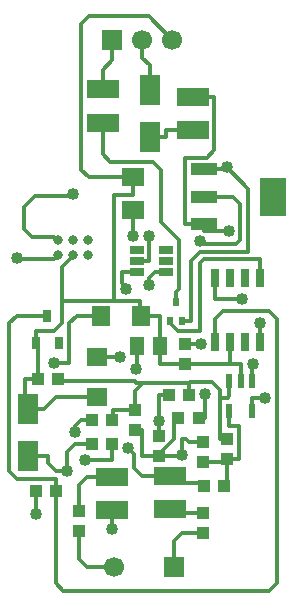
<source format=gbr>
G04 DipTrace 3.2.0.1*
G04 Top.gbr*
%MOIN*%
G04 #@! TF.FileFunction,Copper,L1,Top*
G04 #@! TF.Part,Single*
%AMOUTLINE0*
4,1,4,
-0.021654,-0.019685,
-0.021654,0.019685,
0.021654,0.019685,
0.021654,-0.019685,
-0.021654,-0.019685,
0*%
%AMOUTLINE3*
4,1,4,
0.035433,-0.031496,
-0.035433,-0.031496,
-0.035433,0.031496,
0.035433,0.031496,
0.035433,-0.031496,
0*%
%AMOUTLINE6*
4,1,4,
0.033465,0.049213,
0.033465,-0.049213,
-0.033465,-0.049213,
-0.033465,0.049213,
0.033465,0.049213,
0*%
%AMOUTLINE9*
4,1,4,
0.012795,-0.020669,
-0.012795,-0.020669,
-0.012795,0.020669,
0.012795,0.020669,
0.012795,-0.020669,
0*%
%AMOUTLINE12*
4,1,4,
-0.033465,-0.049213,
-0.033465,0.049213,
0.033465,0.049213,
0.033465,-0.049213,
-0.033465,-0.049213,
0*%
%AMOUTLINE15*
4,1,4,
0.029921,-0.033071,
-0.029921,-0.033071,
-0.029921,0.033071,
0.029921,0.033071,
0.029921,-0.033071,
0*%
%AMOUTLINE18*
4,1,4,
0.05315,-0.031496,
-0.05315,-0.031496,
-0.05315,0.031496,
0.05315,0.031496,
0.05315,-0.031496,
0*%
%AMOUTLINE21*
4,1,4,
-0.05315,0.031496,
0.05315,0.031496,
0.05315,-0.031496,
-0.05315,-0.031496,
-0.05315,0.031496,
0*%
%AMOUTLINE24*
4,1,4,
0.019685,-0.021654,
-0.019685,-0.021654,
-0.019685,0.021654,
0.019685,0.021654,
0.019685,-0.021654,
0*%
%AMOUTLINE27*
4,1,4,
0.023622,-0.011811,
-0.023622,-0.011811,
-0.023622,0.011811,
0.023622,0.011811,
0.023622,-0.011811,
0*%
%AMOUTLINE30*
4,1,36,
0.0155,0.0,
0.015265,0.002692,
0.014566,0.005302,
0.013424,0.007751,
0.011874,0.009963,
0.009963,0.011874,
0.007751,0.013424,
0.005302,0.014566,
0.002692,0.015265,
0.0,0.0155,
-0.002692,0.015265,
-0.005302,0.014566,
-0.007751,0.013424,
-0.009963,0.011874,
-0.011874,0.009963,
-0.013424,0.007751,
-0.014566,0.005302,
-0.015265,0.002692,
-0.0155,0.0,
-0.015265,-0.002692,
-0.014566,-0.005302,
-0.013424,-0.007751,
-0.011874,-0.009963,
-0.009963,-0.011874,
-0.007751,-0.013424,
-0.005302,-0.014566,
-0.002692,-0.015265,
0.0,-0.0155,
0.002692,-0.015265,
0.005302,-0.014566,
0.007751,-0.013424,
0.009963,-0.011874,
0.011874,-0.009963,
0.013424,-0.007751,
0.014566,-0.005302,
0.015265,-0.002692,
0.0155,0.0,
0*%
%AMOUTLINE33*
4,1,4,
0.042323,0.018701,
0.042323,-0.018701,
-0.042323,-0.018701,
-0.042323,0.018701,
0.042323,0.018701,
0*%
%AMOUTLINE36*
4,1,4,
0.042323,0.063976,
0.042323,-0.063976,
-0.042323,-0.063976,
-0.042323,0.063976,
0.042323,0.063976,
0*%
G04 #@! TA.AperFunction,Conductor*
%ADD13C,0.012992*%
%ADD14R,0.03937X0.043307*%
%ADD16R,0.066142X0.059843*%
G04 #@! TA.AperFunction,ComponentPad*
%ADD17R,0.066929X0.066929*%
%ADD18C,0.066929*%
%ADD19R,0.051181X0.059055*%
%ADD20R,0.043307X0.03937*%
%ADD24R,0.023622X0.047244*%
%ADD25R,0.025591X0.060039*%
%ADD28R,0.019685X0.031496*%
G04 #@! TA.AperFunction,ViaPad*
%ADD29C,0.04*%
%ADD57OUTLINE0*%
%ADD60OUTLINE3*%
%ADD63OUTLINE6*%
%ADD66OUTLINE9*%
%ADD69OUTLINE12*%
%ADD72OUTLINE15*%
%ADD75OUTLINE18*%
%ADD78OUTLINE21*%
%ADD81OUTLINE24*%
%ADD84OUTLINE27*%
%ADD87OUTLINE30*%
%ADD90OUTLINE33*%
%ADD93OUTLINE36*%
%FSLAX26Y26*%
G04*
G70*
G90*
G75*
G01*
G04 Top*
%LPD*%
X1175638Y1937256D2*
D13*
X1093827D1*
Y1962449D1*
X506000Y1187260D2*
X573083D1*
Y1164035D1*
X599067Y1138051D1*
X638555D1*
X911898Y1921205D2*
Y1839000D1*
X868787D1*
X1298209Y1381898D2*
X1253402D1*
Y1338787D1*
X856000Y1921205D2*
Y2006882D1*
X944000Y1306500D2*
Y1392400D1*
X976735D1*
X1093827Y1962449D2*
X1032016D1*
Y2181744D1*
X1102654D1*
X1128638Y2207728D1*
Y2385118D1*
X1056000D1*
X638555Y1138051D2*
Y1202614D1*
X664541Y1228600D1*
X719335D1*
X944000Y1256500D2*
Y1306500D1*
X606000Y1858000D2*
Y1856000D1*
X594000Y1844000D1*
X477000D1*
X472000Y1849000D1*
X1281500Y1632016D2*
Y1569000D1*
X656000Y1858000D2*
Y1856000D1*
X619000Y1819000D1*
Y1706500D1*
X794189D1*
X881500D1*
Y1658430D1*
X883930Y1656000D1*
X1020780Y1191189D2*
Y1245835D1*
X1034324D1*
X1045394Y1234765D1*
X1092100D1*
X794189Y1706500D2*
Y2057866D1*
X856000D1*
Y2117118D1*
X883930Y1656000D2*
X946202D1*
Y1556200D1*
X1029700Y1495435D2*
X1181500D1*
X1216000D1*
Y1437213D1*
X1020780Y1191189D2*
Y1189571D1*
X944000D1*
X1093827Y2143551D2*
X1162721D1*
X1169142Y2149972D1*
X738000Y1385070D2*
X599282D1*
X558952Y1344740D1*
X506000D1*
X856000Y2117118D2*
X709346D1*
X683362Y2143102D1*
Y2627953D1*
X709346Y2653937D1*
X909063D1*
X988000Y2575000D1*
X1181500Y1569000D2*
Y1495435D1*
X946202Y1556200D2*
Y1495435D1*
X1029700D1*
X944000Y1189571D2*
X886622D1*
Y1274535D1*
X863000D1*
X1169142Y2149972D2*
X1241110Y2078004D1*
Y1869000D1*
X1081500D1*
X1049559Y1837059D1*
Y1637804D1*
X1020228D1*
X534598Y1565724D2*
Y1605886D1*
X593016D1*
X619000Y1631870D1*
Y1706500D1*
X539535Y1444000D2*
Y1565724D1*
X534598D1*
X506000Y1344740D2*
X498394D1*
Y1444000D1*
X539535D1*
X944000Y1189571D2*
Y1194000D1*
X994000Y1244000D1*
Y1300465D1*
X1008535Y1315000D1*
X982000Y1012882D2*
Y996865D1*
X1092100D1*
X756000Y2299882D2*
Y2194086D1*
X781984Y2168102D1*
X925402D1*
X951386Y2142118D1*
Y1966638D1*
X1010323Y1907701D1*
Y1745815D1*
X1000543Y1736035D1*
Y1700796D1*
X994000Y818533D2*
Y903948D1*
X1019987Y929935D1*
X1092100D1*
X794000Y818533D2*
X704684D1*
X678700Y844517D1*
Y937735D1*
X788000Y1119118D2*
X704685D1*
X678700Y1093133D1*
Y1004665D1*
X1098311Y1396110D2*
Y1315000D1*
X1075465D1*
X812815Y1518929D2*
X738000D1*
X982000Y1123118D2*
X886622D1*
X860638Y1149102D1*
Y1193866D1*
X840913Y1213591D1*
X1093735Y1088200D2*
Y1098118D1*
X982000D1*
Y1123118D1*
X1170100Y1246465D2*
X1147299D1*
Y1381898D1*
Y1409614D1*
X1121315Y1435598D1*
X1047688D1*
X1043665Y1431575D1*
X888984D1*
X863000Y1405591D1*
Y1341465D1*
X1043665Y1431575D2*
Y1392400D1*
X1178598Y1437213D2*
Y1387213D1*
X1173283Y1381898D1*
X1147299D1*
X888984Y1431575D2*
X868464D1*
X863000Y1437039D1*
X606465D1*
Y1444000D1*
X863000Y1341465D2*
X790559D1*
Y1306600D1*
X786265D1*
X1170100Y1179535D2*
Y1167835D1*
X1092100D1*
X1160665Y1088200D2*
X1170100D1*
Y1179535D1*
X1209276D1*
Y1287606D1*
X1178598D1*
Y1338787D1*
X698516Y1174102D2*
X786265D1*
Y1228600D1*
X911898Y1756795D2*
Y1781598D1*
X931898Y1801598D1*
X967213D1*
X664539Y1268091D2*
Y1286600D1*
X684539Y1306600D1*
X719335D1*
X1258720Y1493827D2*
X1253402Y1488509D1*
Y1437213D1*
X572000Y1656276D2*
X469473D1*
X443488Y1630291D1*
Y1137760D1*
X469472Y1111776D1*
X599065D1*
Y1072600D1*
Y765578D1*
X625049Y739594D1*
X1311712D1*
X1337697Y765579D1*
Y1645520D1*
X1311713Y1671504D1*
X1157484D1*
X1131500Y1645520D1*
Y1569000D1*
X980857Y1637804D2*
Y1632143D1*
X1006500Y1606500D1*
X1081500D1*
Y1831500D1*
X1094000Y1844000D1*
X1281500D1*
Y1782543D1*
X532135Y1072600D2*
X532138Y993937D1*
X833677Y1745988D2*
Y1752484D1*
X820173Y1765988D1*
Y1801598D1*
X868787D1*
X865807Y1479445D2*
X871398Y1485036D1*
Y1556200D1*
X606000Y1908000D2*
X605000D1*
X594000Y1919000D1*
X519000D1*
X494000Y1944000D1*
Y2019000D1*
X531500Y2056500D1*
X650500D1*
X657000Y2063000D1*
X1221110Y1710992D2*
X1131500D1*
Y1782543D1*
X913000Y2250260D2*
X965953D1*
Y2274882D1*
X1056000D1*
X888000Y2575000D2*
Y2514933D1*
X913000Y2489933D1*
Y2407740D1*
X788000Y944394D2*
Y1008882D1*
X594181Y1496677D2*
X644984D1*
Y1630015D1*
X670969Y1656000D1*
X750071D1*
X1081500Y1906500D2*
Y1894000D1*
X1201421D1*
X1215126Y1907705D1*
Y2027015D1*
X1189141Y2053000D1*
X1093827D1*
X1029700Y1562365D2*
X1082378Y1562366D1*
X788000Y2575000D2*
Y2508453D1*
X756000Y2476453D1*
Y2410118D1*
D29*
X657000Y2063000D3*
X472000Y1849000D3*
X1175638Y1937256D3*
X1298209Y1381898D3*
X856000Y1921205D3*
X638555Y1138051D3*
X911898Y1921205D3*
X944000Y1306500D3*
X1281500Y1632016D3*
X1020780Y1191189D3*
X1169142Y2149972D3*
X1098311Y1396110D3*
X840913Y1213591D3*
X812815Y1518929D3*
X911898Y1756795D3*
X664539Y1268091D3*
X1258720Y1493827D3*
X698516Y1174102D3*
X833677Y1745988D3*
X865807Y1479445D3*
X532138Y993937D3*
X1221110Y1710992D3*
X788000Y944394D3*
X594181Y1496677D3*
X1081500Y1906500D3*
X1082378Y1562366D3*
D57*
X1075465Y1315000D3*
X1008535D3*
D14*
X1092100Y1167835D3*
Y1234765D3*
X944000Y1256500D3*
Y1189571D3*
X1029700Y1562365D3*
Y1495435D3*
D60*
X856000Y2006882D3*
Y2117118D3*
D63*
X506000Y1187260D3*
Y1344740D3*
D66*
X534598Y1565724D3*
X609402D3*
X572000Y1656276D3*
D69*
X913000Y2250260D3*
Y2407740D3*
D16*
X738000Y1518929D3*
Y1385070D3*
D72*
X750071Y1656000D3*
X883930D3*
D75*
X982000Y1012882D3*
Y1123118D3*
D78*
X788000Y1119118D3*
Y1008882D3*
D75*
X756000Y2299882D3*
Y2410118D3*
D78*
X1056000Y2274882D3*
Y2385118D3*
D17*
X994000Y818533D3*
D18*
X794000D3*
D14*
X1092100Y929935D3*
Y996865D3*
X678700Y937735D3*
Y1004665D3*
D19*
X871398Y1556200D3*
X946202D3*
D81*
X863000Y1274535D3*
Y1341465D3*
D20*
X1160665Y1088200D3*
X1093735D3*
D14*
X1170100Y1179535D3*
Y1246465D3*
D20*
X976735Y1392400D3*
X1043665D3*
D57*
X606465Y1444000D3*
X539535D3*
D20*
X786265Y1306600D3*
X719335D3*
Y1228600D3*
X786265D3*
X532135Y1072600D3*
X599065D3*
D84*
X967213Y1801598D3*
Y1839000D3*
Y1876402D3*
X868787D3*
Y1839000D3*
Y1801598D3*
D24*
X1253402Y1437213D3*
X1216000D3*
X1178598D3*
Y1338787D3*
X1253402D3*
D25*
X1131500Y1569000D3*
X1181500D3*
X1231500D3*
X1281500D3*
Y1782543D3*
X1231500D3*
X1181500D3*
X1131500D3*
D17*
X788000Y2575000D3*
D18*
X888000D3*
X988000D3*
D87*
X606000Y1908000D3*
X656000D3*
X706000D3*
Y1858000D3*
X656000D3*
X606000D3*
D90*
X1093827Y2143551D3*
Y2053000D3*
Y1962449D3*
D93*
X1322173Y2053000D3*
D28*
X980857Y1637804D3*
X1020228D3*
X1000543Y1700796D3*
M02*

</source>
